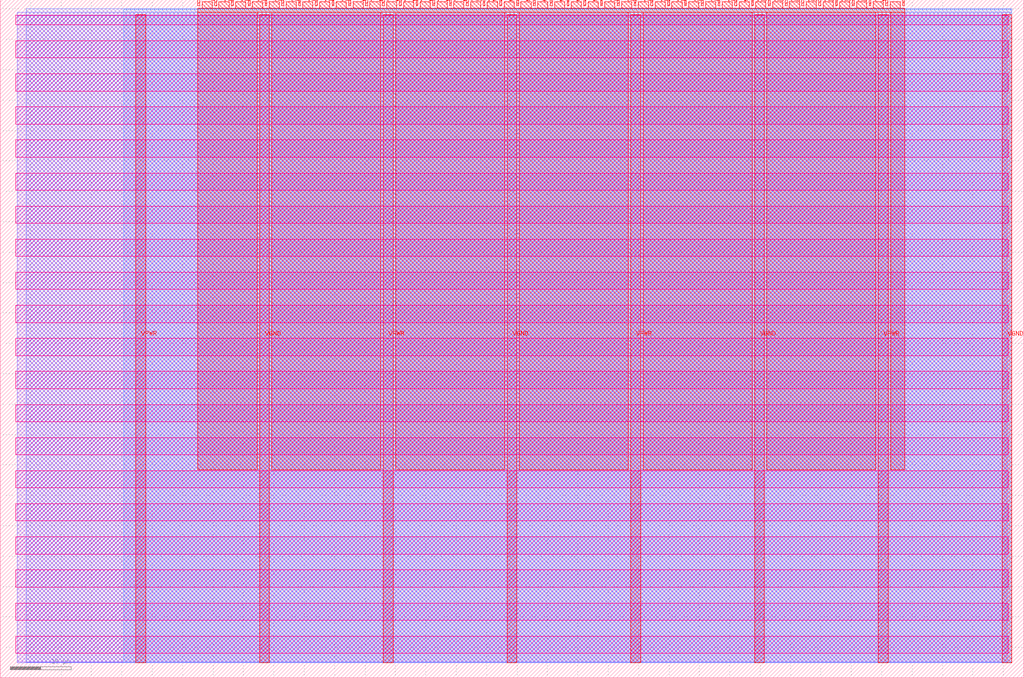
<source format=lef>
VERSION 5.7 ;
  NOWIREEXTENSIONATPIN ON ;
  DIVIDERCHAR "/" ;
  BUSBITCHARS "[]" ;
MACRO tt_um_dlmiles_tt05_i2c_bert
  CLASS BLOCK ;
  FOREIGN tt_um_dlmiles_tt05_i2c_bert ;
  ORIGIN 0.000 0.000 ;
  SIZE 168.360 BY 111.520 ;
  PIN VGND
    DIRECTION INOUT ;
    USE GROUND ;
    PORT
      LAYER met4 ;
        RECT 42.670 2.480 44.270 109.040 ;
    END
    PORT
      LAYER met4 ;
        RECT 83.380 2.480 84.980 109.040 ;
    END
    PORT
      LAYER met4 ;
        RECT 124.090 2.480 125.690 109.040 ;
    END
    PORT
      LAYER met4 ;
        RECT 164.800 2.480 166.400 109.040 ;
    END
  END VGND
  PIN VPWR
    DIRECTION INOUT ;
    USE POWER ;
    PORT
      LAYER met4 ;
        RECT 22.315 2.480 23.915 109.040 ;
    END
    PORT
      LAYER met4 ;
        RECT 63.025 2.480 64.625 109.040 ;
    END
    PORT
      LAYER met4 ;
        RECT 103.735 2.480 105.335 109.040 ;
    END
    PORT
      LAYER met4 ;
        RECT 144.445 2.480 146.045 109.040 ;
    END
  END VPWR
  PIN clk
    DIRECTION INPUT ;
    USE SIGNAL ;
    ANTENNAGATEAREA 0.852000 ;
    PORT
      LAYER met4 ;
        RECT 145.670 110.520 145.970 111.520 ;
    END
  END clk
  PIN ena
    DIRECTION INPUT ;
    USE SIGNAL ;
    ANTENNAGATEAREA 0.196500 ;
    PORT
      LAYER met4 ;
        RECT 148.430 110.520 148.730 111.520 ;
    END
  END ena
  PIN rst_n
    DIRECTION INPUT ;
    USE SIGNAL ;
    ANTENNAGATEAREA 0.196500 ;
    PORT
      LAYER met4 ;
        RECT 142.910 110.520 143.210 111.520 ;
    END
  END rst_n
  PIN ui_in[0]
    DIRECTION INPUT ;
    USE SIGNAL ;
    ANTENNAGATEAREA 0.196500 ;
    PORT
      LAYER met4 ;
        RECT 140.150 110.520 140.450 111.520 ;
    END
  END ui_in[0]
  PIN ui_in[1]
    DIRECTION INPUT ;
    USE SIGNAL ;
    ANTENNAGATEAREA 0.196500 ;
    PORT
      LAYER met4 ;
        RECT 137.390 110.520 137.690 111.520 ;
    END
  END ui_in[1]
  PIN ui_in[2]
    DIRECTION INPUT ;
    USE SIGNAL ;
    ANTENNAGATEAREA 0.196500 ;
    PORT
      LAYER met4 ;
        RECT 134.630 110.520 134.930 111.520 ;
    END
  END ui_in[2]
  PIN ui_in[3]
    DIRECTION INPUT ;
    USE SIGNAL ;
    ANTENNAGATEAREA 0.196500 ;
    PORT
      LAYER met4 ;
        RECT 131.870 110.520 132.170 111.520 ;
    END
  END ui_in[3]
  PIN ui_in[4]
    DIRECTION INPUT ;
    USE SIGNAL ;
    ANTENNAGATEAREA 0.196500 ;
    PORT
      LAYER met4 ;
        RECT 129.110 110.520 129.410 111.520 ;
    END
  END ui_in[4]
  PIN ui_in[5]
    DIRECTION INPUT ;
    USE SIGNAL ;
    ANTENNAGATEAREA 0.196500 ;
    PORT
      LAYER met4 ;
        RECT 126.350 110.520 126.650 111.520 ;
    END
  END ui_in[5]
  PIN ui_in[6]
    DIRECTION INPUT ;
    USE SIGNAL ;
    ANTENNAGATEAREA 0.196500 ;
    PORT
      LAYER met4 ;
        RECT 123.590 110.520 123.890 111.520 ;
    END
  END ui_in[6]
  PIN ui_in[7]
    DIRECTION INPUT ;
    USE SIGNAL ;
    ANTENNAGATEAREA 0.196500 ;
    PORT
      LAYER met4 ;
        RECT 120.830 110.520 121.130 111.520 ;
    END
  END ui_in[7]
  PIN uio_in[0]
    DIRECTION INPUT ;
    USE SIGNAL ;
    ANTENNAGATEAREA 0.196500 ;
    PORT
      LAYER met4 ;
        RECT 118.070 110.520 118.370 111.520 ;
    END
  END uio_in[0]
  PIN uio_in[1]
    DIRECTION INPUT ;
    USE SIGNAL ;
    ANTENNAGATEAREA 0.196500 ;
    PORT
      LAYER met4 ;
        RECT 115.310 110.520 115.610 111.520 ;
    END
  END uio_in[1]
  PIN uio_in[2]
    DIRECTION INPUT ;
    USE SIGNAL ;
    ANTENNAGATEAREA 0.196500 ;
    PORT
      LAYER met4 ;
        RECT 112.550 110.520 112.850 111.520 ;
    END
  END uio_in[2]
  PIN uio_in[3]
    DIRECTION INPUT ;
    USE SIGNAL ;
    ANTENNAGATEAREA 0.213000 ;
    PORT
      LAYER met4 ;
        RECT 109.790 110.520 110.090 111.520 ;
    END
  END uio_in[3]
  PIN uio_in[4]
    DIRECTION INPUT ;
    USE SIGNAL ;
    ANTENNAGATEAREA 0.196500 ;
    PORT
      LAYER met4 ;
        RECT 107.030 110.520 107.330 111.520 ;
    END
  END uio_in[4]
  PIN uio_in[5]
    DIRECTION INPUT ;
    USE SIGNAL ;
    ANTENNAGATEAREA 0.196500 ;
    PORT
      LAYER met4 ;
        RECT 104.270 110.520 104.570 111.520 ;
    END
  END uio_in[5]
  PIN uio_in[6]
    DIRECTION INPUT ;
    USE SIGNAL ;
    ANTENNAGATEAREA 0.196500 ;
    PORT
      LAYER met4 ;
        RECT 101.510 110.520 101.810 111.520 ;
    END
  END uio_in[6]
  PIN uio_in[7]
    DIRECTION INPUT ;
    USE SIGNAL ;
    ANTENNAGATEAREA 0.196500 ;
    PORT
      LAYER met4 ;
        RECT 98.750 110.520 99.050 111.520 ;
    END
  END uio_in[7]
  PIN uio_oe[0]
    DIRECTION OUTPUT TRISTATE ;
    USE SIGNAL ;
    PORT
      LAYER met4 ;
        RECT 51.830 110.520 52.130 111.520 ;
    END
  END uio_oe[0]
  PIN uio_oe[1]
    DIRECTION OUTPUT TRISTATE ;
    USE SIGNAL ;
    PORT
      LAYER met4 ;
        RECT 49.070 110.520 49.370 111.520 ;
    END
  END uio_oe[1]
  PIN uio_oe[2]
    DIRECTION OUTPUT TRISTATE ;
    USE SIGNAL ;
    ANTENNADIFFAREA 0.445500 ;
    PORT
      LAYER met4 ;
        RECT 46.310 110.520 46.610 111.520 ;
    END
  END uio_oe[2]
  PIN uio_oe[3]
    DIRECTION OUTPUT TRISTATE ;
    USE SIGNAL ;
    ANTENNADIFFAREA 0.445500 ;
    PORT
      LAYER met4 ;
        RECT 43.550 110.520 43.850 111.520 ;
    END
  END uio_oe[3]
  PIN uio_oe[4]
    DIRECTION OUTPUT TRISTATE ;
    USE SIGNAL ;
    PORT
      LAYER met4 ;
        RECT 40.790 110.520 41.090 111.520 ;
    END
  END uio_oe[4]
  PIN uio_oe[5]
    DIRECTION OUTPUT TRISTATE ;
    USE SIGNAL ;
    PORT
      LAYER met4 ;
        RECT 38.030 110.520 38.330 111.520 ;
    END
  END uio_oe[5]
  PIN uio_oe[6]
    DIRECTION OUTPUT TRISTATE ;
    USE SIGNAL ;
    PORT
      LAYER met4 ;
        RECT 35.270 110.520 35.570 111.520 ;
    END
  END uio_oe[6]
  PIN uio_oe[7]
    DIRECTION OUTPUT TRISTATE ;
    USE SIGNAL ;
    PORT
      LAYER met4 ;
        RECT 32.510 110.520 32.810 111.520 ;
    END
  END uio_oe[7]
  PIN uio_out[0]
    DIRECTION OUTPUT TRISTATE ;
    USE SIGNAL ;
    PORT
      LAYER met4 ;
        RECT 73.910 110.520 74.210 111.520 ;
    END
  END uio_out[0]
  PIN uio_out[1]
    DIRECTION OUTPUT TRISTATE ;
    USE SIGNAL ;
    PORT
      LAYER met4 ;
        RECT 71.150 110.520 71.450 111.520 ;
    END
  END uio_out[1]
  PIN uio_out[2]
    DIRECTION OUTPUT TRISTATE ;
    USE SIGNAL ;
    ANTENNADIFFAREA 0.445500 ;
    PORT
      LAYER met4 ;
        RECT 68.390 110.520 68.690 111.520 ;
    END
  END uio_out[2]
  PIN uio_out[3]
    DIRECTION OUTPUT TRISTATE ;
    USE SIGNAL ;
    ANTENNADIFFAREA 0.795200 ;
    PORT
      LAYER met4 ;
        RECT 65.630 110.520 65.930 111.520 ;
    END
  END uio_out[3]
  PIN uio_out[4]
    DIRECTION OUTPUT TRISTATE ;
    USE SIGNAL ;
    PORT
      LAYER met4 ;
        RECT 62.870 110.520 63.170 111.520 ;
    END
  END uio_out[4]
  PIN uio_out[5]
    DIRECTION OUTPUT TRISTATE ;
    USE SIGNAL ;
    PORT
      LAYER met4 ;
        RECT 60.110 110.520 60.410 111.520 ;
    END
  END uio_out[5]
  PIN uio_out[6]
    DIRECTION OUTPUT TRISTATE ;
    USE SIGNAL ;
    PORT
      LAYER met4 ;
        RECT 57.350 110.520 57.650 111.520 ;
    END
  END uio_out[6]
  PIN uio_out[7]
    DIRECTION OUTPUT TRISTATE ;
    USE SIGNAL ;
    PORT
      LAYER met4 ;
        RECT 54.590 110.520 54.890 111.520 ;
    END
  END uio_out[7]
  PIN uo_out[0]
    DIRECTION OUTPUT TRISTATE ;
    USE SIGNAL ;
    PORT
      LAYER met4 ;
        RECT 95.990 110.520 96.290 111.520 ;
    END
  END uo_out[0]
  PIN uo_out[1]
    DIRECTION OUTPUT TRISTATE ;
    USE SIGNAL ;
    PORT
      LAYER met4 ;
        RECT 93.230 110.520 93.530 111.520 ;
    END
  END uo_out[1]
  PIN uo_out[2]
    DIRECTION OUTPUT TRISTATE ;
    USE SIGNAL ;
    PORT
      LAYER met4 ;
        RECT 90.470 110.520 90.770 111.520 ;
    END
  END uo_out[2]
  PIN uo_out[3]
    DIRECTION OUTPUT TRISTATE ;
    USE SIGNAL ;
    PORT
      LAYER met4 ;
        RECT 87.710 110.520 88.010 111.520 ;
    END
  END uo_out[3]
  PIN uo_out[4]
    DIRECTION OUTPUT TRISTATE ;
    USE SIGNAL ;
    PORT
      LAYER met4 ;
        RECT 84.950 110.520 85.250 111.520 ;
    END
  END uo_out[4]
  PIN uo_out[5]
    DIRECTION OUTPUT TRISTATE ;
    USE SIGNAL ;
    PORT
      LAYER met4 ;
        RECT 82.190 110.520 82.490 111.520 ;
    END
  END uo_out[5]
  PIN uo_out[6]
    DIRECTION OUTPUT TRISTATE ;
    USE SIGNAL ;
    PORT
      LAYER met4 ;
        RECT 79.430 110.520 79.730 111.520 ;
    END
  END uo_out[6]
  PIN uo_out[7]
    DIRECTION OUTPUT TRISTATE ;
    USE SIGNAL ;
    ANTENNADIFFAREA 0.795200 ;
    PORT
      LAYER met4 ;
        RECT 76.670 110.520 76.970 111.520 ;
    END
  END uo_out[7]
  OBS
      LAYER nwell ;
        RECT 2.570 107.385 165.790 108.990 ;
        RECT 2.570 101.945 165.790 104.775 ;
        RECT 2.570 96.505 165.790 99.335 ;
        RECT 2.570 91.065 165.790 93.895 ;
        RECT 2.570 85.625 165.790 88.455 ;
        RECT 2.570 80.185 165.790 83.015 ;
        RECT 2.570 74.745 165.790 77.575 ;
        RECT 2.570 69.305 165.790 72.135 ;
        RECT 2.570 63.865 165.790 66.695 ;
        RECT 2.570 58.425 165.790 61.255 ;
        RECT 2.570 52.985 165.790 55.815 ;
        RECT 2.570 47.545 165.790 50.375 ;
        RECT 2.570 42.105 165.790 44.935 ;
        RECT 2.570 36.665 165.790 39.495 ;
        RECT 2.570 31.225 165.790 34.055 ;
        RECT 2.570 25.785 165.790 28.615 ;
        RECT 2.570 20.345 165.790 23.175 ;
        RECT 2.570 14.905 165.790 17.735 ;
        RECT 2.570 9.465 165.790 12.295 ;
        RECT 2.570 4.025 165.790 6.855 ;
      LAYER li1 ;
        RECT 2.760 2.635 165.600 108.885 ;
      LAYER met1 ;
        RECT 2.760 2.480 166.400 109.440 ;
      LAYER met2 ;
        RECT 4.240 2.535 166.370 110.005 ;
      LAYER met3 ;
        RECT 20.305 2.555 166.390 109.985 ;
      LAYER met4 ;
        RECT 33.210 110.120 34.870 111.170 ;
        RECT 35.970 110.120 37.630 111.170 ;
        RECT 38.730 110.120 40.390 111.170 ;
        RECT 41.490 110.120 43.150 111.170 ;
        RECT 44.250 110.120 45.910 111.170 ;
        RECT 47.010 110.120 48.670 111.170 ;
        RECT 49.770 110.120 51.430 111.170 ;
        RECT 52.530 110.120 54.190 111.170 ;
        RECT 55.290 110.120 56.950 111.170 ;
        RECT 58.050 110.120 59.710 111.170 ;
        RECT 60.810 110.120 62.470 111.170 ;
        RECT 63.570 110.120 65.230 111.170 ;
        RECT 66.330 110.120 67.990 111.170 ;
        RECT 69.090 110.120 70.750 111.170 ;
        RECT 71.850 110.120 73.510 111.170 ;
        RECT 74.610 110.120 76.270 111.170 ;
        RECT 77.370 110.120 79.030 111.170 ;
        RECT 80.130 110.120 81.790 111.170 ;
        RECT 82.890 110.120 84.550 111.170 ;
        RECT 85.650 110.120 87.310 111.170 ;
        RECT 88.410 110.120 90.070 111.170 ;
        RECT 91.170 110.120 92.830 111.170 ;
        RECT 93.930 110.120 95.590 111.170 ;
        RECT 96.690 110.120 98.350 111.170 ;
        RECT 99.450 110.120 101.110 111.170 ;
        RECT 102.210 110.120 103.870 111.170 ;
        RECT 104.970 110.120 106.630 111.170 ;
        RECT 107.730 110.120 109.390 111.170 ;
        RECT 110.490 110.120 112.150 111.170 ;
        RECT 113.250 110.120 114.910 111.170 ;
        RECT 116.010 110.120 117.670 111.170 ;
        RECT 118.770 110.120 120.430 111.170 ;
        RECT 121.530 110.120 123.190 111.170 ;
        RECT 124.290 110.120 125.950 111.170 ;
        RECT 127.050 110.120 128.710 111.170 ;
        RECT 129.810 110.120 131.470 111.170 ;
        RECT 132.570 110.120 134.230 111.170 ;
        RECT 135.330 110.120 136.990 111.170 ;
        RECT 138.090 110.120 139.750 111.170 ;
        RECT 140.850 110.120 142.510 111.170 ;
        RECT 143.610 110.120 145.270 111.170 ;
        RECT 146.370 110.120 148.030 111.170 ;
        RECT 32.495 109.440 148.745 110.120 ;
        RECT 32.495 34.175 42.270 109.440 ;
        RECT 44.670 34.175 62.625 109.440 ;
        RECT 65.025 34.175 82.980 109.440 ;
        RECT 85.380 34.175 103.335 109.440 ;
        RECT 105.735 34.175 123.690 109.440 ;
        RECT 126.090 34.175 144.045 109.440 ;
        RECT 146.445 34.175 148.745 109.440 ;
  END
END tt_um_dlmiles_tt05_i2c_bert
END LIBRARY


</source>
